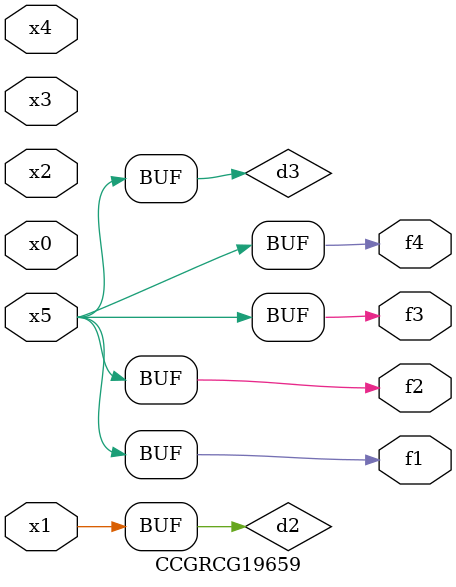
<source format=v>
module CCGRCG19659(
	input x0, x1, x2, x3, x4, x5,
	output f1, f2, f3, f4
);

	wire d1, d2, d3;

	not (d1, x5);
	or (d2, x1);
	xnor (d3, d1);
	assign f1 = d3;
	assign f2 = d3;
	assign f3 = d3;
	assign f4 = d3;
endmodule

</source>
